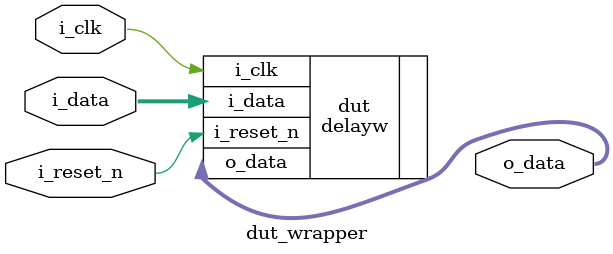
<source format=sv>
`timescale 1ps/1ps

module dut_wrapper(
    input wire i_clk,
    input wire i_reset_n,
    input wire [7:0] i_data,
    output wire [7:0] o_data
);

delayw dut (
    .i_clk(i_clk),
    .i_reset_n(i_reset_n),
    .i_data(i_data),
    .o_data(o_data)
);

endmodule
</source>
